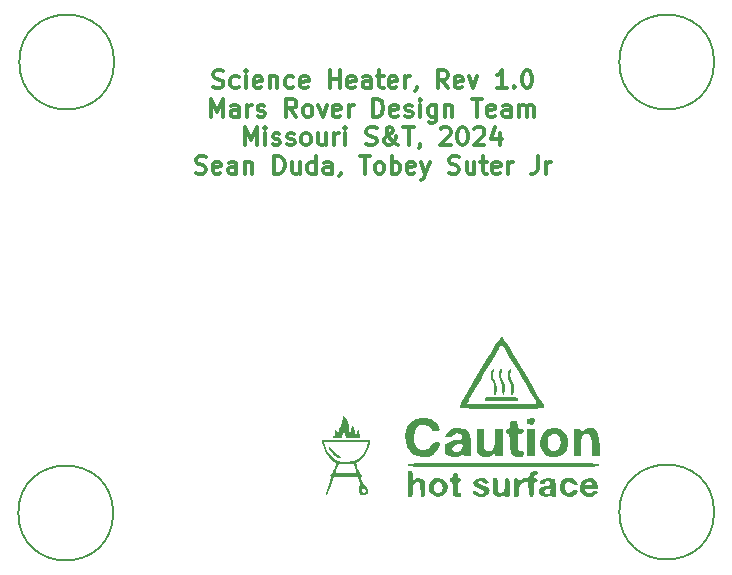
<source format=gbr>
%TF.GenerationSoftware,KiCad,Pcbnew,7.0.7*%
%TF.CreationDate,2023-11-06T08:22:01-06:00*%
%TF.ProjectId,ScienceHeaterElement_2023,53636965-6e63-4654-9865-61746572456c,rev?*%
%TF.SameCoordinates,Original*%
%TF.FileFunction,Legend,Top*%
%TF.FilePolarity,Positive*%
%FSLAX46Y46*%
G04 Gerber Fmt 4.6, Leading zero omitted, Abs format (unit mm)*
G04 Created by KiCad (PCBNEW 7.0.7) date 2023-11-06 08:22:01*
%MOMM*%
%LPD*%
G01*
G04 APERTURE LIST*
%ADD10C,0.300000*%
%ADD11C,0.150000*%
G04 APERTURE END LIST*
D10*
X139408001Y-32616400D02*
X139622287Y-32687828D01*
X139622287Y-32687828D02*
X139979429Y-32687828D01*
X139979429Y-32687828D02*
X140122287Y-32616400D01*
X140122287Y-32616400D02*
X140193715Y-32544971D01*
X140193715Y-32544971D02*
X140265144Y-32402114D01*
X140265144Y-32402114D02*
X140265144Y-32259257D01*
X140265144Y-32259257D02*
X140193715Y-32116400D01*
X140193715Y-32116400D02*
X140122287Y-32044971D01*
X140122287Y-32044971D02*
X139979429Y-31973542D01*
X139979429Y-31973542D02*
X139693715Y-31902114D01*
X139693715Y-31902114D02*
X139550858Y-31830685D01*
X139550858Y-31830685D02*
X139479429Y-31759257D01*
X139479429Y-31759257D02*
X139408001Y-31616400D01*
X139408001Y-31616400D02*
X139408001Y-31473542D01*
X139408001Y-31473542D02*
X139479429Y-31330685D01*
X139479429Y-31330685D02*
X139550858Y-31259257D01*
X139550858Y-31259257D02*
X139693715Y-31187828D01*
X139693715Y-31187828D02*
X140050858Y-31187828D01*
X140050858Y-31187828D02*
X140265144Y-31259257D01*
X141550858Y-32616400D02*
X141408000Y-32687828D01*
X141408000Y-32687828D02*
X141122286Y-32687828D01*
X141122286Y-32687828D02*
X140979429Y-32616400D01*
X140979429Y-32616400D02*
X140908000Y-32544971D01*
X140908000Y-32544971D02*
X140836572Y-32402114D01*
X140836572Y-32402114D02*
X140836572Y-31973542D01*
X140836572Y-31973542D02*
X140908000Y-31830685D01*
X140908000Y-31830685D02*
X140979429Y-31759257D01*
X140979429Y-31759257D02*
X141122286Y-31687828D01*
X141122286Y-31687828D02*
X141408000Y-31687828D01*
X141408000Y-31687828D02*
X141550858Y-31759257D01*
X142193714Y-32687828D02*
X142193714Y-31687828D01*
X142193714Y-31187828D02*
X142122286Y-31259257D01*
X142122286Y-31259257D02*
X142193714Y-31330685D01*
X142193714Y-31330685D02*
X142265143Y-31259257D01*
X142265143Y-31259257D02*
X142193714Y-31187828D01*
X142193714Y-31187828D02*
X142193714Y-31330685D01*
X143479429Y-32616400D02*
X143336572Y-32687828D01*
X143336572Y-32687828D02*
X143050858Y-32687828D01*
X143050858Y-32687828D02*
X142908000Y-32616400D01*
X142908000Y-32616400D02*
X142836572Y-32473542D01*
X142836572Y-32473542D02*
X142836572Y-31902114D01*
X142836572Y-31902114D02*
X142908000Y-31759257D01*
X142908000Y-31759257D02*
X143050858Y-31687828D01*
X143050858Y-31687828D02*
X143336572Y-31687828D01*
X143336572Y-31687828D02*
X143479429Y-31759257D01*
X143479429Y-31759257D02*
X143550858Y-31902114D01*
X143550858Y-31902114D02*
X143550858Y-32044971D01*
X143550858Y-32044971D02*
X142836572Y-32187828D01*
X144193714Y-31687828D02*
X144193714Y-32687828D01*
X144193714Y-31830685D02*
X144265143Y-31759257D01*
X144265143Y-31759257D02*
X144408000Y-31687828D01*
X144408000Y-31687828D02*
X144622286Y-31687828D01*
X144622286Y-31687828D02*
X144765143Y-31759257D01*
X144765143Y-31759257D02*
X144836572Y-31902114D01*
X144836572Y-31902114D02*
X144836572Y-32687828D01*
X146193715Y-32616400D02*
X146050857Y-32687828D01*
X146050857Y-32687828D02*
X145765143Y-32687828D01*
X145765143Y-32687828D02*
X145622286Y-32616400D01*
X145622286Y-32616400D02*
X145550857Y-32544971D01*
X145550857Y-32544971D02*
X145479429Y-32402114D01*
X145479429Y-32402114D02*
X145479429Y-31973542D01*
X145479429Y-31973542D02*
X145550857Y-31830685D01*
X145550857Y-31830685D02*
X145622286Y-31759257D01*
X145622286Y-31759257D02*
X145765143Y-31687828D01*
X145765143Y-31687828D02*
X146050857Y-31687828D01*
X146050857Y-31687828D02*
X146193715Y-31759257D01*
X147408000Y-32616400D02*
X147265143Y-32687828D01*
X147265143Y-32687828D02*
X146979429Y-32687828D01*
X146979429Y-32687828D02*
X146836571Y-32616400D01*
X146836571Y-32616400D02*
X146765143Y-32473542D01*
X146765143Y-32473542D02*
X146765143Y-31902114D01*
X146765143Y-31902114D02*
X146836571Y-31759257D01*
X146836571Y-31759257D02*
X146979429Y-31687828D01*
X146979429Y-31687828D02*
X147265143Y-31687828D01*
X147265143Y-31687828D02*
X147408000Y-31759257D01*
X147408000Y-31759257D02*
X147479429Y-31902114D01*
X147479429Y-31902114D02*
X147479429Y-32044971D01*
X147479429Y-32044971D02*
X146765143Y-32187828D01*
X149265142Y-32687828D02*
X149265142Y-31187828D01*
X149265142Y-31902114D02*
X150122285Y-31902114D01*
X150122285Y-32687828D02*
X150122285Y-31187828D01*
X151408000Y-32616400D02*
X151265143Y-32687828D01*
X151265143Y-32687828D02*
X150979429Y-32687828D01*
X150979429Y-32687828D02*
X150836571Y-32616400D01*
X150836571Y-32616400D02*
X150765143Y-32473542D01*
X150765143Y-32473542D02*
X150765143Y-31902114D01*
X150765143Y-31902114D02*
X150836571Y-31759257D01*
X150836571Y-31759257D02*
X150979429Y-31687828D01*
X150979429Y-31687828D02*
X151265143Y-31687828D01*
X151265143Y-31687828D02*
X151408000Y-31759257D01*
X151408000Y-31759257D02*
X151479429Y-31902114D01*
X151479429Y-31902114D02*
X151479429Y-32044971D01*
X151479429Y-32044971D02*
X150765143Y-32187828D01*
X152765143Y-32687828D02*
X152765143Y-31902114D01*
X152765143Y-31902114D02*
X152693714Y-31759257D01*
X152693714Y-31759257D02*
X152550857Y-31687828D01*
X152550857Y-31687828D02*
X152265143Y-31687828D01*
X152265143Y-31687828D02*
X152122285Y-31759257D01*
X152765143Y-32616400D02*
X152622285Y-32687828D01*
X152622285Y-32687828D02*
X152265143Y-32687828D01*
X152265143Y-32687828D02*
X152122285Y-32616400D01*
X152122285Y-32616400D02*
X152050857Y-32473542D01*
X152050857Y-32473542D02*
X152050857Y-32330685D01*
X152050857Y-32330685D02*
X152122285Y-32187828D01*
X152122285Y-32187828D02*
X152265143Y-32116400D01*
X152265143Y-32116400D02*
X152622285Y-32116400D01*
X152622285Y-32116400D02*
X152765143Y-32044971D01*
X153265143Y-31687828D02*
X153836571Y-31687828D01*
X153479428Y-31187828D02*
X153479428Y-32473542D01*
X153479428Y-32473542D02*
X153550857Y-32616400D01*
X153550857Y-32616400D02*
X153693714Y-32687828D01*
X153693714Y-32687828D02*
X153836571Y-32687828D01*
X154908000Y-32616400D02*
X154765143Y-32687828D01*
X154765143Y-32687828D02*
X154479429Y-32687828D01*
X154479429Y-32687828D02*
X154336571Y-32616400D01*
X154336571Y-32616400D02*
X154265143Y-32473542D01*
X154265143Y-32473542D02*
X154265143Y-31902114D01*
X154265143Y-31902114D02*
X154336571Y-31759257D01*
X154336571Y-31759257D02*
X154479429Y-31687828D01*
X154479429Y-31687828D02*
X154765143Y-31687828D01*
X154765143Y-31687828D02*
X154908000Y-31759257D01*
X154908000Y-31759257D02*
X154979429Y-31902114D01*
X154979429Y-31902114D02*
X154979429Y-32044971D01*
X154979429Y-32044971D02*
X154265143Y-32187828D01*
X155622285Y-32687828D02*
X155622285Y-31687828D01*
X155622285Y-31973542D02*
X155693714Y-31830685D01*
X155693714Y-31830685D02*
X155765143Y-31759257D01*
X155765143Y-31759257D02*
X155908000Y-31687828D01*
X155908000Y-31687828D02*
X156050857Y-31687828D01*
X156622285Y-32616400D02*
X156622285Y-32687828D01*
X156622285Y-32687828D02*
X156550856Y-32830685D01*
X156550856Y-32830685D02*
X156479428Y-32902114D01*
X159265142Y-32687828D02*
X158765142Y-31973542D01*
X158407999Y-32687828D02*
X158407999Y-31187828D01*
X158407999Y-31187828D02*
X158979428Y-31187828D01*
X158979428Y-31187828D02*
X159122285Y-31259257D01*
X159122285Y-31259257D02*
X159193714Y-31330685D01*
X159193714Y-31330685D02*
X159265142Y-31473542D01*
X159265142Y-31473542D02*
X159265142Y-31687828D01*
X159265142Y-31687828D02*
X159193714Y-31830685D01*
X159193714Y-31830685D02*
X159122285Y-31902114D01*
X159122285Y-31902114D02*
X158979428Y-31973542D01*
X158979428Y-31973542D02*
X158407999Y-31973542D01*
X160479428Y-32616400D02*
X160336571Y-32687828D01*
X160336571Y-32687828D02*
X160050857Y-32687828D01*
X160050857Y-32687828D02*
X159907999Y-32616400D01*
X159907999Y-32616400D02*
X159836571Y-32473542D01*
X159836571Y-32473542D02*
X159836571Y-31902114D01*
X159836571Y-31902114D02*
X159907999Y-31759257D01*
X159907999Y-31759257D02*
X160050857Y-31687828D01*
X160050857Y-31687828D02*
X160336571Y-31687828D01*
X160336571Y-31687828D02*
X160479428Y-31759257D01*
X160479428Y-31759257D02*
X160550857Y-31902114D01*
X160550857Y-31902114D02*
X160550857Y-32044971D01*
X160550857Y-32044971D02*
X159836571Y-32187828D01*
X161050856Y-31687828D02*
X161407999Y-32687828D01*
X161407999Y-32687828D02*
X161765142Y-31687828D01*
X164265142Y-32687828D02*
X163407999Y-32687828D01*
X163836570Y-32687828D02*
X163836570Y-31187828D01*
X163836570Y-31187828D02*
X163693713Y-31402114D01*
X163693713Y-31402114D02*
X163550856Y-31544971D01*
X163550856Y-31544971D02*
X163407999Y-31616400D01*
X164907998Y-32544971D02*
X164979427Y-32616400D01*
X164979427Y-32616400D02*
X164907998Y-32687828D01*
X164907998Y-32687828D02*
X164836570Y-32616400D01*
X164836570Y-32616400D02*
X164907998Y-32544971D01*
X164907998Y-32544971D02*
X164907998Y-32687828D01*
X165907999Y-31187828D02*
X166050856Y-31187828D01*
X166050856Y-31187828D02*
X166193713Y-31259257D01*
X166193713Y-31259257D02*
X166265142Y-31330685D01*
X166265142Y-31330685D02*
X166336570Y-31473542D01*
X166336570Y-31473542D02*
X166407999Y-31759257D01*
X166407999Y-31759257D02*
X166407999Y-32116400D01*
X166407999Y-32116400D02*
X166336570Y-32402114D01*
X166336570Y-32402114D02*
X166265142Y-32544971D01*
X166265142Y-32544971D02*
X166193713Y-32616400D01*
X166193713Y-32616400D02*
X166050856Y-32687828D01*
X166050856Y-32687828D02*
X165907999Y-32687828D01*
X165907999Y-32687828D02*
X165765142Y-32616400D01*
X165765142Y-32616400D02*
X165693713Y-32544971D01*
X165693713Y-32544971D02*
X165622284Y-32402114D01*
X165622284Y-32402114D02*
X165550856Y-32116400D01*
X165550856Y-32116400D02*
X165550856Y-31759257D01*
X165550856Y-31759257D02*
X165622284Y-31473542D01*
X165622284Y-31473542D02*
X165693713Y-31330685D01*
X165693713Y-31330685D02*
X165765142Y-31259257D01*
X165765142Y-31259257D02*
X165907999Y-31187828D01*
X139229428Y-35102828D02*
X139229428Y-33602828D01*
X139229428Y-33602828D02*
X139729428Y-34674257D01*
X139729428Y-34674257D02*
X140229428Y-33602828D01*
X140229428Y-33602828D02*
X140229428Y-35102828D01*
X141586572Y-35102828D02*
X141586572Y-34317114D01*
X141586572Y-34317114D02*
X141515143Y-34174257D01*
X141515143Y-34174257D02*
X141372286Y-34102828D01*
X141372286Y-34102828D02*
X141086572Y-34102828D01*
X141086572Y-34102828D02*
X140943714Y-34174257D01*
X141586572Y-35031400D02*
X141443714Y-35102828D01*
X141443714Y-35102828D02*
X141086572Y-35102828D01*
X141086572Y-35102828D02*
X140943714Y-35031400D01*
X140943714Y-35031400D02*
X140872286Y-34888542D01*
X140872286Y-34888542D02*
X140872286Y-34745685D01*
X140872286Y-34745685D02*
X140943714Y-34602828D01*
X140943714Y-34602828D02*
X141086572Y-34531400D01*
X141086572Y-34531400D02*
X141443714Y-34531400D01*
X141443714Y-34531400D02*
X141586572Y-34459971D01*
X142300857Y-35102828D02*
X142300857Y-34102828D01*
X142300857Y-34388542D02*
X142372286Y-34245685D01*
X142372286Y-34245685D02*
X142443715Y-34174257D01*
X142443715Y-34174257D02*
X142586572Y-34102828D01*
X142586572Y-34102828D02*
X142729429Y-34102828D01*
X143158000Y-35031400D02*
X143300857Y-35102828D01*
X143300857Y-35102828D02*
X143586571Y-35102828D01*
X143586571Y-35102828D02*
X143729428Y-35031400D01*
X143729428Y-35031400D02*
X143800857Y-34888542D01*
X143800857Y-34888542D02*
X143800857Y-34817114D01*
X143800857Y-34817114D02*
X143729428Y-34674257D01*
X143729428Y-34674257D02*
X143586571Y-34602828D01*
X143586571Y-34602828D02*
X143372286Y-34602828D01*
X143372286Y-34602828D02*
X143229428Y-34531400D01*
X143229428Y-34531400D02*
X143158000Y-34388542D01*
X143158000Y-34388542D02*
X143158000Y-34317114D01*
X143158000Y-34317114D02*
X143229428Y-34174257D01*
X143229428Y-34174257D02*
X143372286Y-34102828D01*
X143372286Y-34102828D02*
X143586571Y-34102828D01*
X143586571Y-34102828D02*
X143729428Y-34174257D01*
X146443714Y-35102828D02*
X145943714Y-34388542D01*
X145586571Y-35102828D02*
X145586571Y-33602828D01*
X145586571Y-33602828D02*
X146158000Y-33602828D01*
X146158000Y-33602828D02*
X146300857Y-33674257D01*
X146300857Y-33674257D02*
X146372286Y-33745685D01*
X146372286Y-33745685D02*
X146443714Y-33888542D01*
X146443714Y-33888542D02*
X146443714Y-34102828D01*
X146443714Y-34102828D02*
X146372286Y-34245685D01*
X146372286Y-34245685D02*
X146300857Y-34317114D01*
X146300857Y-34317114D02*
X146158000Y-34388542D01*
X146158000Y-34388542D02*
X145586571Y-34388542D01*
X147300857Y-35102828D02*
X147158000Y-35031400D01*
X147158000Y-35031400D02*
X147086571Y-34959971D01*
X147086571Y-34959971D02*
X147015143Y-34817114D01*
X147015143Y-34817114D02*
X147015143Y-34388542D01*
X147015143Y-34388542D02*
X147086571Y-34245685D01*
X147086571Y-34245685D02*
X147158000Y-34174257D01*
X147158000Y-34174257D02*
X147300857Y-34102828D01*
X147300857Y-34102828D02*
X147515143Y-34102828D01*
X147515143Y-34102828D02*
X147658000Y-34174257D01*
X147658000Y-34174257D02*
X147729429Y-34245685D01*
X147729429Y-34245685D02*
X147800857Y-34388542D01*
X147800857Y-34388542D02*
X147800857Y-34817114D01*
X147800857Y-34817114D02*
X147729429Y-34959971D01*
X147729429Y-34959971D02*
X147658000Y-35031400D01*
X147658000Y-35031400D02*
X147515143Y-35102828D01*
X147515143Y-35102828D02*
X147300857Y-35102828D01*
X148300857Y-34102828D02*
X148658000Y-35102828D01*
X148658000Y-35102828D02*
X149015143Y-34102828D01*
X150158000Y-35031400D02*
X150015143Y-35102828D01*
X150015143Y-35102828D02*
X149729429Y-35102828D01*
X149729429Y-35102828D02*
X149586571Y-35031400D01*
X149586571Y-35031400D02*
X149515143Y-34888542D01*
X149515143Y-34888542D02*
X149515143Y-34317114D01*
X149515143Y-34317114D02*
X149586571Y-34174257D01*
X149586571Y-34174257D02*
X149729429Y-34102828D01*
X149729429Y-34102828D02*
X150015143Y-34102828D01*
X150015143Y-34102828D02*
X150158000Y-34174257D01*
X150158000Y-34174257D02*
X150229429Y-34317114D01*
X150229429Y-34317114D02*
X150229429Y-34459971D01*
X150229429Y-34459971D02*
X149515143Y-34602828D01*
X150872285Y-35102828D02*
X150872285Y-34102828D01*
X150872285Y-34388542D02*
X150943714Y-34245685D01*
X150943714Y-34245685D02*
X151015143Y-34174257D01*
X151015143Y-34174257D02*
X151158000Y-34102828D01*
X151158000Y-34102828D02*
X151300857Y-34102828D01*
X152943713Y-35102828D02*
X152943713Y-33602828D01*
X152943713Y-33602828D02*
X153300856Y-33602828D01*
X153300856Y-33602828D02*
X153515142Y-33674257D01*
X153515142Y-33674257D02*
X153657999Y-33817114D01*
X153657999Y-33817114D02*
X153729428Y-33959971D01*
X153729428Y-33959971D02*
X153800856Y-34245685D01*
X153800856Y-34245685D02*
X153800856Y-34459971D01*
X153800856Y-34459971D02*
X153729428Y-34745685D01*
X153729428Y-34745685D02*
X153657999Y-34888542D01*
X153657999Y-34888542D02*
X153515142Y-35031400D01*
X153515142Y-35031400D02*
X153300856Y-35102828D01*
X153300856Y-35102828D02*
X152943713Y-35102828D01*
X155015142Y-35031400D02*
X154872285Y-35102828D01*
X154872285Y-35102828D02*
X154586571Y-35102828D01*
X154586571Y-35102828D02*
X154443713Y-35031400D01*
X154443713Y-35031400D02*
X154372285Y-34888542D01*
X154372285Y-34888542D02*
X154372285Y-34317114D01*
X154372285Y-34317114D02*
X154443713Y-34174257D01*
X154443713Y-34174257D02*
X154586571Y-34102828D01*
X154586571Y-34102828D02*
X154872285Y-34102828D01*
X154872285Y-34102828D02*
X155015142Y-34174257D01*
X155015142Y-34174257D02*
X155086571Y-34317114D01*
X155086571Y-34317114D02*
X155086571Y-34459971D01*
X155086571Y-34459971D02*
X154372285Y-34602828D01*
X155657999Y-35031400D02*
X155800856Y-35102828D01*
X155800856Y-35102828D02*
X156086570Y-35102828D01*
X156086570Y-35102828D02*
X156229427Y-35031400D01*
X156229427Y-35031400D02*
X156300856Y-34888542D01*
X156300856Y-34888542D02*
X156300856Y-34817114D01*
X156300856Y-34817114D02*
X156229427Y-34674257D01*
X156229427Y-34674257D02*
X156086570Y-34602828D01*
X156086570Y-34602828D02*
X155872285Y-34602828D01*
X155872285Y-34602828D02*
X155729427Y-34531400D01*
X155729427Y-34531400D02*
X155657999Y-34388542D01*
X155657999Y-34388542D02*
X155657999Y-34317114D01*
X155657999Y-34317114D02*
X155729427Y-34174257D01*
X155729427Y-34174257D02*
X155872285Y-34102828D01*
X155872285Y-34102828D02*
X156086570Y-34102828D01*
X156086570Y-34102828D02*
X156229427Y-34174257D01*
X156943713Y-35102828D02*
X156943713Y-34102828D01*
X156943713Y-33602828D02*
X156872285Y-33674257D01*
X156872285Y-33674257D02*
X156943713Y-33745685D01*
X156943713Y-33745685D02*
X157015142Y-33674257D01*
X157015142Y-33674257D02*
X156943713Y-33602828D01*
X156943713Y-33602828D02*
X156943713Y-33745685D01*
X158300857Y-34102828D02*
X158300857Y-35317114D01*
X158300857Y-35317114D02*
X158229428Y-35459971D01*
X158229428Y-35459971D02*
X158157999Y-35531400D01*
X158157999Y-35531400D02*
X158015142Y-35602828D01*
X158015142Y-35602828D02*
X157800857Y-35602828D01*
X157800857Y-35602828D02*
X157657999Y-35531400D01*
X158300857Y-35031400D02*
X158157999Y-35102828D01*
X158157999Y-35102828D02*
X157872285Y-35102828D01*
X157872285Y-35102828D02*
X157729428Y-35031400D01*
X157729428Y-35031400D02*
X157657999Y-34959971D01*
X157657999Y-34959971D02*
X157586571Y-34817114D01*
X157586571Y-34817114D02*
X157586571Y-34388542D01*
X157586571Y-34388542D02*
X157657999Y-34245685D01*
X157657999Y-34245685D02*
X157729428Y-34174257D01*
X157729428Y-34174257D02*
X157872285Y-34102828D01*
X157872285Y-34102828D02*
X158157999Y-34102828D01*
X158157999Y-34102828D02*
X158300857Y-34174257D01*
X159015142Y-34102828D02*
X159015142Y-35102828D01*
X159015142Y-34245685D02*
X159086571Y-34174257D01*
X159086571Y-34174257D02*
X159229428Y-34102828D01*
X159229428Y-34102828D02*
X159443714Y-34102828D01*
X159443714Y-34102828D02*
X159586571Y-34174257D01*
X159586571Y-34174257D02*
X159658000Y-34317114D01*
X159658000Y-34317114D02*
X159658000Y-35102828D01*
X161300857Y-33602828D02*
X162158000Y-33602828D01*
X161729428Y-35102828D02*
X161729428Y-33602828D01*
X163229428Y-35031400D02*
X163086571Y-35102828D01*
X163086571Y-35102828D02*
X162800857Y-35102828D01*
X162800857Y-35102828D02*
X162657999Y-35031400D01*
X162657999Y-35031400D02*
X162586571Y-34888542D01*
X162586571Y-34888542D02*
X162586571Y-34317114D01*
X162586571Y-34317114D02*
X162657999Y-34174257D01*
X162657999Y-34174257D02*
X162800857Y-34102828D01*
X162800857Y-34102828D02*
X163086571Y-34102828D01*
X163086571Y-34102828D02*
X163229428Y-34174257D01*
X163229428Y-34174257D02*
X163300857Y-34317114D01*
X163300857Y-34317114D02*
X163300857Y-34459971D01*
X163300857Y-34459971D02*
X162586571Y-34602828D01*
X164586571Y-35102828D02*
X164586571Y-34317114D01*
X164586571Y-34317114D02*
X164515142Y-34174257D01*
X164515142Y-34174257D02*
X164372285Y-34102828D01*
X164372285Y-34102828D02*
X164086571Y-34102828D01*
X164086571Y-34102828D02*
X163943713Y-34174257D01*
X164586571Y-35031400D02*
X164443713Y-35102828D01*
X164443713Y-35102828D02*
X164086571Y-35102828D01*
X164086571Y-35102828D02*
X163943713Y-35031400D01*
X163943713Y-35031400D02*
X163872285Y-34888542D01*
X163872285Y-34888542D02*
X163872285Y-34745685D01*
X163872285Y-34745685D02*
X163943713Y-34602828D01*
X163943713Y-34602828D02*
X164086571Y-34531400D01*
X164086571Y-34531400D02*
X164443713Y-34531400D01*
X164443713Y-34531400D02*
X164586571Y-34459971D01*
X165300856Y-35102828D02*
X165300856Y-34102828D01*
X165300856Y-34245685D02*
X165372285Y-34174257D01*
X165372285Y-34174257D02*
X165515142Y-34102828D01*
X165515142Y-34102828D02*
X165729428Y-34102828D01*
X165729428Y-34102828D02*
X165872285Y-34174257D01*
X165872285Y-34174257D02*
X165943714Y-34317114D01*
X165943714Y-34317114D02*
X165943714Y-35102828D01*
X165943714Y-34317114D02*
X166015142Y-34174257D01*
X166015142Y-34174257D02*
X166157999Y-34102828D01*
X166157999Y-34102828D02*
X166372285Y-34102828D01*
X166372285Y-34102828D02*
X166515142Y-34174257D01*
X166515142Y-34174257D02*
X166586571Y-34317114D01*
X166586571Y-34317114D02*
X166586571Y-35102828D01*
X142086571Y-37517828D02*
X142086571Y-36017828D01*
X142086571Y-36017828D02*
X142586571Y-37089257D01*
X142586571Y-37089257D02*
X143086571Y-36017828D01*
X143086571Y-36017828D02*
X143086571Y-37517828D01*
X143800857Y-37517828D02*
X143800857Y-36517828D01*
X143800857Y-36017828D02*
X143729429Y-36089257D01*
X143729429Y-36089257D02*
X143800857Y-36160685D01*
X143800857Y-36160685D02*
X143872286Y-36089257D01*
X143872286Y-36089257D02*
X143800857Y-36017828D01*
X143800857Y-36017828D02*
X143800857Y-36160685D01*
X144443715Y-37446400D02*
X144586572Y-37517828D01*
X144586572Y-37517828D02*
X144872286Y-37517828D01*
X144872286Y-37517828D02*
X145015143Y-37446400D01*
X145015143Y-37446400D02*
X145086572Y-37303542D01*
X145086572Y-37303542D02*
X145086572Y-37232114D01*
X145086572Y-37232114D02*
X145015143Y-37089257D01*
X145015143Y-37089257D02*
X144872286Y-37017828D01*
X144872286Y-37017828D02*
X144658001Y-37017828D01*
X144658001Y-37017828D02*
X144515143Y-36946400D01*
X144515143Y-36946400D02*
X144443715Y-36803542D01*
X144443715Y-36803542D02*
X144443715Y-36732114D01*
X144443715Y-36732114D02*
X144515143Y-36589257D01*
X144515143Y-36589257D02*
X144658001Y-36517828D01*
X144658001Y-36517828D02*
X144872286Y-36517828D01*
X144872286Y-36517828D02*
X145015143Y-36589257D01*
X145658001Y-37446400D02*
X145800858Y-37517828D01*
X145800858Y-37517828D02*
X146086572Y-37517828D01*
X146086572Y-37517828D02*
X146229429Y-37446400D01*
X146229429Y-37446400D02*
X146300858Y-37303542D01*
X146300858Y-37303542D02*
X146300858Y-37232114D01*
X146300858Y-37232114D02*
X146229429Y-37089257D01*
X146229429Y-37089257D02*
X146086572Y-37017828D01*
X146086572Y-37017828D02*
X145872287Y-37017828D01*
X145872287Y-37017828D02*
X145729429Y-36946400D01*
X145729429Y-36946400D02*
X145658001Y-36803542D01*
X145658001Y-36803542D02*
X145658001Y-36732114D01*
X145658001Y-36732114D02*
X145729429Y-36589257D01*
X145729429Y-36589257D02*
X145872287Y-36517828D01*
X145872287Y-36517828D02*
X146086572Y-36517828D01*
X146086572Y-36517828D02*
X146229429Y-36589257D01*
X147158001Y-37517828D02*
X147015144Y-37446400D01*
X147015144Y-37446400D02*
X146943715Y-37374971D01*
X146943715Y-37374971D02*
X146872287Y-37232114D01*
X146872287Y-37232114D02*
X146872287Y-36803542D01*
X146872287Y-36803542D02*
X146943715Y-36660685D01*
X146943715Y-36660685D02*
X147015144Y-36589257D01*
X147015144Y-36589257D02*
X147158001Y-36517828D01*
X147158001Y-36517828D02*
X147372287Y-36517828D01*
X147372287Y-36517828D02*
X147515144Y-36589257D01*
X147515144Y-36589257D02*
X147586573Y-36660685D01*
X147586573Y-36660685D02*
X147658001Y-36803542D01*
X147658001Y-36803542D02*
X147658001Y-37232114D01*
X147658001Y-37232114D02*
X147586573Y-37374971D01*
X147586573Y-37374971D02*
X147515144Y-37446400D01*
X147515144Y-37446400D02*
X147372287Y-37517828D01*
X147372287Y-37517828D02*
X147158001Y-37517828D01*
X148943716Y-36517828D02*
X148943716Y-37517828D01*
X148300858Y-36517828D02*
X148300858Y-37303542D01*
X148300858Y-37303542D02*
X148372287Y-37446400D01*
X148372287Y-37446400D02*
X148515144Y-37517828D01*
X148515144Y-37517828D02*
X148729430Y-37517828D01*
X148729430Y-37517828D02*
X148872287Y-37446400D01*
X148872287Y-37446400D02*
X148943716Y-37374971D01*
X149658001Y-37517828D02*
X149658001Y-36517828D01*
X149658001Y-36803542D02*
X149729430Y-36660685D01*
X149729430Y-36660685D02*
X149800859Y-36589257D01*
X149800859Y-36589257D02*
X149943716Y-36517828D01*
X149943716Y-36517828D02*
X150086573Y-36517828D01*
X150586572Y-37517828D02*
X150586572Y-36517828D01*
X150586572Y-36017828D02*
X150515144Y-36089257D01*
X150515144Y-36089257D02*
X150586572Y-36160685D01*
X150586572Y-36160685D02*
X150658001Y-36089257D01*
X150658001Y-36089257D02*
X150586572Y-36017828D01*
X150586572Y-36017828D02*
X150586572Y-36160685D01*
X152372287Y-37446400D02*
X152586573Y-37517828D01*
X152586573Y-37517828D02*
X152943715Y-37517828D01*
X152943715Y-37517828D02*
X153086573Y-37446400D01*
X153086573Y-37446400D02*
X153158001Y-37374971D01*
X153158001Y-37374971D02*
X153229430Y-37232114D01*
X153229430Y-37232114D02*
X153229430Y-37089257D01*
X153229430Y-37089257D02*
X153158001Y-36946400D01*
X153158001Y-36946400D02*
X153086573Y-36874971D01*
X153086573Y-36874971D02*
X152943715Y-36803542D01*
X152943715Y-36803542D02*
X152658001Y-36732114D01*
X152658001Y-36732114D02*
X152515144Y-36660685D01*
X152515144Y-36660685D02*
X152443715Y-36589257D01*
X152443715Y-36589257D02*
X152372287Y-36446400D01*
X152372287Y-36446400D02*
X152372287Y-36303542D01*
X152372287Y-36303542D02*
X152443715Y-36160685D01*
X152443715Y-36160685D02*
X152515144Y-36089257D01*
X152515144Y-36089257D02*
X152658001Y-36017828D01*
X152658001Y-36017828D02*
X153015144Y-36017828D01*
X153015144Y-36017828D02*
X153229430Y-36089257D01*
X155086572Y-37517828D02*
X155015144Y-37517828D01*
X155015144Y-37517828D02*
X154872286Y-37446400D01*
X154872286Y-37446400D02*
X154658001Y-37232114D01*
X154658001Y-37232114D02*
X154300858Y-36803542D01*
X154300858Y-36803542D02*
X154158001Y-36589257D01*
X154158001Y-36589257D02*
X154086572Y-36374971D01*
X154086572Y-36374971D02*
X154086572Y-36232114D01*
X154086572Y-36232114D02*
X154158001Y-36089257D01*
X154158001Y-36089257D02*
X154300858Y-36017828D01*
X154300858Y-36017828D02*
X154372286Y-36017828D01*
X154372286Y-36017828D02*
X154515144Y-36089257D01*
X154515144Y-36089257D02*
X154586572Y-36232114D01*
X154586572Y-36232114D02*
X154586572Y-36303542D01*
X154586572Y-36303542D02*
X154515144Y-36446400D01*
X154515144Y-36446400D02*
X154443715Y-36517828D01*
X154443715Y-36517828D02*
X154015144Y-36803542D01*
X154015144Y-36803542D02*
X153943715Y-36874971D01*
X153943715Y-36874971D02*
X153872286Y-37017828D01*
X153872286Y-37017828D02*
X153872286Y-37232114D01*
X153872286Y-37232114D02*
X153943715Y-37374971D01*
X153943715Y-37374971D02*
X154015144Y-37446400D01*
X154015144Y-37446400D02*
X154158001Y-37517828D01*
X154158001Y-37517828D02*
X154372286Y-37517828D01*
X154372286Y-37517828D02*
X154515144Y-37446400D01*
X154515144Y-37446400D02*
X154586572Y-37374971D01*
X154586572Y-37374971D02*
X154800858Y-37089257D01*
X154800858Y-37089257D02*
X154872286Y-36874971D01*
X154872286Y-36874971D02*
X154872286Y-36732114D01*
X155515144Y-36017828D02*
X156372287Y-36017828D01*
X155943715Y-37517828D02*
X155943715Y-36017828D01*
X156943715Y-37446400D02*
X156943715Y-37517828D01*
X156943715Y-37517828D02*
X156872286Y-37660685D01*
X156872286Y-37660685D02*
X156800858Y-37732114D01*
X158658001Y-36160685D02*
X158729429Y-36089257D01*
X158729429Y-36089257D02*
X158872287Y-36017828D01*
X158872287Y-36017828D02*
X159229429Y-36017828D01*
X159229429Y-36017828D02*
X159372287Y-36089257D01*
X159372287Y-36089257D02*
X159443715Y-36160685D01*
X159443715Y-36160685D02*
X159515144Y-36303542D01*
X159515144Y-36303542D02*
X159515144Y-36446400D01*
X159515144Y-36446400D02*
X159443715Y-36660685D01*
X159443715Y-36660685D02*
X158586572Y-37517828D01*
X158586572Y-37517828D02*
X159515144Y-37517828D01*
X160443715Y-36017828D02*
X160586572Y-36017828D01*
X160586572Y-36017828D02*
X160729429Y-36089257D01*
X160729429Y-36089257D02*
X160800858Y-36160685D01*
X160800858Y-36160685D02*
X160872286Y-36303542D01*
X160872286Y-36303542D02*
X160943715Y-36589257D01*
X160943715Y-36589257D02*
X160943715Y-36946400D01*
X160943715Y-36946400D02*
X160872286Y-37232114D01*
X160872286Y-37232114D02*
X160800858Y-37374971D01*
X160800858Y-37374971D02*
X160729429Y-37446400D01*
X160729429Y-37446400D02*
X160586572Y-37517828D01*
X160586572Y-37517828D02*
X160443715Y-37517828D01*
X160443715Y-37517828D02*
X160300858Y-37446400D01*
X160300858Y-37446400D02*
X160229429Y-37374971D01*
X160229429Y-37374971D02*
X160158000Y-37232114D01*
X160158000Y-37232114D02*
X160086572Y-36946400D01*
X160086572Y-36946400D02*
X160086572Y-36589257D01*
X160086572Y-36589257D02*
X160158000Y-36303542D01*
X160158000Y-36303542D02*
X160229429Y-36160685D01*
X160229429Y-36160685D02*
X160300858Y-36089257D01*
X160300858Y-36089257D02*
X160443715Y-36017828D01*
X161515143Y-36160685D02*
X161586571Y-36089257D01*
X161586571Y-36089257D02*
X161729429Y-36017828D01*
X161729429Y-36017828D02*
X162086571Y-36017828D01*
X162086571Y-36017828D02*
X162229429Y-36089257D01*
X162229429Y-36089257D02*
X162300857Y-36160685D01*
X162300857Y-36160685D02*
X162372286Y-36303542D01*
X162372286Y-36303542D02*
X162372286Y-36446400D01*
X162372286Y-36446400D02*
X162300857Y-36660685D01*
X162300857Y-36660685D02*
X161443714Y-37517828D01*
X161443714Y-37517828D02*
X162372286Y-37517828D01*
X163658000Y-36517828D02*
X163658000Y-37517828D01*
X163300857Y-35946400D02*
X162943714Y-37017828D01*
X162943714Y-37017828D02*
X163872285Y-37017828D01*
X137943715Y-39861400D02*
X138158001Y-39932828D01*
X138158001Y-39932828D02*
X138515143Y-39932828D01*
X138515143Y-39932828D02*
X138658001Y-39861400D01*
X138658001Y-39861400D02*
X138729429Y-39789971D01*
X138729429Y-39789971D02*
X138800858Y-39647114D01*
X138800858Y-39647114D02*
X138800858Y-39504257D01*
X138800858Y-39504257D02*
X138729429Y-39361400D01*
X138729429Y-39361400D02*
X138658001Y-39289971D01*
X138658001Y-39289971D02*
X138515143Y-39218542D01*
X138515143Y-39218542D02*
X138229429Y-39147114D01*
X138229429Y-39147114D02*
X138086572Y-39075685D01*
X138086572Y-39075685D02*
X138015143Y-39004257D01*
X138015143Y-39004257D02*
X137943715Y-38861400D01*
X137943715Y-38861400D02*
X137943715Y-38718542D01*
X137943715Y-38718542D02*
X138015143Y-38575685D01*
X138015143Y-38575685D02*
X138086572Y-38504257D01*
X138086572Y-38504257D02*
X138229429Y-38432828D01*
X138229429Y-38432828D02*
X138586572Y-38432828D01*
X138586572Y-38432828D02*
X138800858Y-38504257D01*
X140015143Y-39861400D02*
X139872286Y-39932828D01*
X139872286Y-39932828D02*
X139586572Y-39932828D01*
X139586572Y-39932828D02*
X139443714Y-39861400D01*
X139443714Y-39861400D02*
X139372286Y-39718542D01*
X139372286Y-39718542D02*
X139372286Y-39147114D01*
X139372286Y-39147114D02*
X139443714Y-39004257D01*
X139443714Y-39004257D02*
X139586572Y-38932828D01*
X139586572Y-38932828D02*
X139872286Y-38932828D01*
X139872286Y-38932828D02*
X140015143Y-39004257D01*
X140015143Y-39004257D02*
X140086572Y-39147114D01*
X140086572Y-39147114D02*
X140086572Y-39289971D01*
X140086572Y-39289971D02*
X139372286Y-39432828D01*
X141372286Y-39932828D02*
X141372286Y-39147114D01*
X141372286Y-39147114D02*
X141300857Y-39004257D01*
X141300857Y-39004257D02*
X141158000Y-38932828D01*
X141158000Y-38932828D02*
X140872286Y-38932828D01*
X140872286Y-38932828D02*
X140729428Y-39004257D01*
X141372286Y-39861400D02*
X141229428Y-39932828D01*
X141229428Y-39932828D02*
X140872286Y-39932828D01*
X140872286Y-39932828D02*
X140729428Y-39861400D01*
X140729428Y-39861400D02*
X140658000Y-39718542D01*
X140658000Y-39718542D02*
X140658000Y-39575685D01*
X140658000Y-39575685D02*
X140729428Y-39432828D01*
X140729428Y-39432828D02*
X140872286Y-39361400D01*
X140872286Y-39361400D02*
X141229428Y-39361400D01*
X141229428Y-39361400D02*
X141372286Y-39289971D01*
X142086571Y-38932828D02*
X142086571Y-39932828D01*
X142086571Y-39075685D02*
X142158000Y-39004257D01*
X142158000Y-39004257D02*
X142300857Y-38932828D01*
X142300857Y-38932828D02*
X142515143Y-38932828D01*
X142515143Y-38932828D02*
X142658000Y-39004257D01*
X142658000Y-39004257D02*
X142729429Y-39147114D01*
X142729429Y-39147114D02*
X142729429Y-39932828D01*
X144586571Y-39932828D02*
X144586571Y-38432828D01*
X144586571Y-38432828D02*
X144943714Y-38432828D01*
X144943714Y-38432828D02*
X145158000Y-38504257D01*
X145158000Y-38504257D02*
X145300857Y-38647114D01*
X145300857Y-38647114D02*
X145372286Y-38789971D01*
X145372286Y-38789971D02*
X145443714Y-39075685D01*
X145443714Y-39075685D02*
X145443714Y-39289971D01*
X145443714Y-39289971D02*
X145372286Y-39575685D01*
X145372286Y-39575685D02*
X145300857Y-39718542D01*
X145300857Y-39718542D02*
X145158000Y-39861400D01*
X145158000Y-39861400D02*
X144943714Y-39932828D01*
X144943714Y-39932828D02*
X144586571Y-39932828D01*
X146729429Y-38932828D02*
X146729429Y-39932828D01*
X146086571Y-38932828D02*
X146086571Y-39718542D01*
X146086571Y-39718542D02*
X146158000Y-39861400D01*
X146158000Y-39861400D02*
X146300857Y-39932828D01*
X146300857Y-39932828D02*
X146515143Y-39932828D01*
X146515143Y-39932828D02*
X146658000Y-39861400D01*
X146658000Y-39861400D02*
X146729429Y-39789971D01*
X148086572Y-39932828D02*
X148086572Y-38432828D01*
X148086572Y-39861400D02*
X147943714Y-39932828D01*
X147943714Y-39932828D02*
X147658000Y-39932828D01*
X147658000Y-39932828D02*
X147515143Y-39861400D01*
X147515143Y-39861400D02*
X147443714Y-39789971D01*
X147443714Y-39789971D02*
X147372286Y-39647114D01*
X147372286Y-39647114D02*
X147372286Y-39218542D01*
X147372286Y-39218542D02*
X147443714Y-39075685D01*
X147443714Y-39075685D02*
X147515143Y-39004257D01*
X147515143Y-39004257D02*
X147658000Y-38932828D01*
X147658000Y-38932828D02*
X147943714Y-38932828D01*
X147943714Y-38932828D02*
X148086572Y-39004257D01*
X149443715Y-39932828D02*
X149443715Y-39147114D01*
X149443715Y-39147114D02*
X149372286Y-39004257D01*
X149372286Y-39004257D02*
X149229429Y-38932828D01*
X149229429Y-38932828D02*
X148943715Y-38932828D01*
X148943715Y-38932828D02*
X148800857Y-39004257D01*
X149443715Y-39861400D02*
X149300857Y-39932828D01*
X149300857Y-39932828D02*
X148943715Y-39932828D01*
X148943715Y-39932828D02*
X148800857Y-39861400D01*
X148800857Y-39861400D02*
X148729429Y-39718542D01*
X148729429Y-39718542D02*
X148729429Y-39575685D01*
X148729429Y-39575685D02*
X148800857Y-39432828D01*
X148800857Y-39432828D02*
X148943715Y-39361400D01*
X148943715Y-39361400D02*
X149300857Y-39361400D01*
X149300857Y-39361400D02*
X149443715Y-39289971D01*
X150229429Y-39861400D02*
X150229429Y-39932828D01*
X150229429Y-39932828D02*
X150158000Y-40075685D01*
X150158000Y-40075685D02*
X150086572Y-40147114D01*
X151800858Y-38432828D02*
X152658001Y-38432828D01*
X152229429Y-39932828D02*
X152229429Y-38432828D01*
X153372286Y-39932828D02*
X153229429Y-39861400D01*
X153229429Y-39861400D02*
X153158000Y-39789971D01*
X153158000Y-39789971D02*
X153086572Y-39647114D01*
X153086572Y-39647114D02*
X153086572Y-39218542D01*
X153086572Y-39218542D02*
X153158000Y-39075685D01*
X153158000Y-39075685D02*
X153229429Y-39004257D01*
X153229429Y-39004257D02*
X153372286Y-38932828D01*
X153372286Y-38932828D02*
X153586572Y-38932828D01*
X153586572Y-38932828D02*
X153729429Y-39004257D01*
X153729429Y-39004257D02*
X153800858Y-39075685D01*
X153800858Y-39075685D02*
X153872286Y-39218542D01*
X153872286Y-39218542D02*
X153872286Y-39647114D01*
X153872286Y-39647114D02*
X153800858Y-39789971D01*
X153800858Y-39789971D02*
X153729429Y-39861400D01*
X153729429Y-39861400D02*
X153586572Y-39932828D01*
X153586572Y-39932828D02*
X153372286Y-39932828D01*
X154515143Y-39932828D02*
X154515143Y-38432828D01*
X154515143Y-39004257D02*
X154658001Y-38932828D01*
X154658001Y-38932828D02*
X154943715Y-38932828D01*
X154943715Y-38932828D02*
X155086572Y-39004257D01*
X155086572Y-39004257D02*
X155158001Y-39075685D01*
X155158001Y-39075685D02*
X155229429Y-39218542D01*
X155229429Y-39218542D02*
X155229429Y-39647114D01*
X155229429Y-39647114D02*
X155158001Y-39789971D01*
X155158001Y-39789971D02*
X155086572Y-39861400D01*
X155086572Y-39861400D02*
X154943715Y-39932828D01*
X154943715Y-39932828D02*
X154658001Y-39932828D01*
X154658001Y-39932828D02*
X154515143Y-39861400D01*
X156443715Y-39861400D02*
X156300858Y-39932828D01*
X156300858Y-39932828D02*
X156015144Y-39932828D01*
X156015144Y-39932828D02*
X155872286Y-39861400D01*
X155872286Y-39861400D02*
X155800858Y-39718542D01*
X155800858Y-39718542D02*
X155800858Y-39147114D01*
X155800858Y-39147114D02*
X155872286Y-39004257D01*
X155872286Y-39004257D02*
X156015144Y-38932828D01*
X156015144Y-38932828D02*
X156300858Y-38932828D01*
X156300858Y-38932828D02*
X156443715Y-39004257D01*
X156443715Y-39004257D02*
X156515144Y-39147114D01*
X156515144Y-39147114D02*
X156515144Y-39289971D01*
X156515144Y-39289971D02*
X155800858Y-39432828D01*
X157015143Y-38932828D02*
X157372286Y-39932828D01*
X157729429Y-38932828D02*
X157372286Y-39932828D01*
X157372286Y-39932828D02*
X157229429Y-40289971D01*
X157229429Y-40289971D02*
X157158000Y-40361400D01*
X157158000Y-40361400D02*
X157015143Y-40432828D01*
X159372286Y-39861400D02*
X159586572Y-39932828D01*
X159586572Y-39932828D02*
X159943714Y-39932828D01*
X159943714Y-39932828D02*
X160086572Y-39861400D01*
X160086572Y-39861400D02*
X160158000Y-39789971D01*
X160158000Y-39789971D02*
X160229429Y-39647114D01*
X160229429Y-39647114D02*
X160229429Y-39504257D01*
X160229429Y-39504257D02*
X160158000Y-39361400D01*
X160158000Y-39361400D02*
X160086572Y-39289971D01*
X160086572Y-39289971D02*
X159943714Y-39218542D01*
X159943714Y-39218542D02*
X159658000Y-39147114D01*
X159658000Y-39147114D02*
X159515143Y-39075685D01*
X159515143Y-39075685D02*
X159443714Y-39004257D01*
X159443714Y-39004257D02*
X159372286Y-38861400D01*
X159372286Y-38861400D02*
X159372286Y-38718542D01*
X159372286Y-38718542D02*
X159443714Y-38575685D01*
X159443714Y-38575685D02*
X159515143Y-38504257D01*
X159515143Y-38504257D02*
X159658000Y-38432828D01*
X159658000Y-38432828D02*
X160015143Y-38432828D01*
X160015143Y-38432828D02*
X160229429Y-38504257D01*
X161515143Y-38932828D02*
X161515143Y-39932828D01*
X160872285Y-38932828D02*
X160872285Y-39718542D01*
X160872285Y-39718542D02*
X160943714Y-39861400D01*
X160943714Y-39861400D02*
X161086571Y-39932828D01*
X161086571Y-39932828D02*
X161300857Y-39932828D01*
X161300857Y-39932828D02*
X161443714Y-39861400D01*
X161443714Y-39861400D02*
X161515143Y-39789971D01*
X162015143Y-38932828D02*
X162586571Y-38932828D01*
X162229428Y-38432828D02*
X162229428Y-39718542D01*
X162229428Y-39718542D02*
X162300857Y-39861400D01*
X162300857Y-39861400D02*
X162443714Y-39932828D01*
X162443714Y-39932828D02*
X162586571Y-39932828D01*
X163658000Y-39861400D02*
X163515143Y-39932828D01*
X163515143Y-39932828D02*
X163229429Y-39932828D01*
X163229429Y-39932828D02*
X163086571Y-39861400D01*
X163086571Y-39861400D02*
X163015143Y-39718542D01*
X163015143Y-39718542D02*
X163015143Y-39147114D01*
X163015143Y-39147114D02*
X163086571Y-39004257D01*
X163086571Y-39004257D02*
X163229429Y-38932828D01*
X163229429Y-38932828D02*
X163515143Y-38932828D01*
X163515143Y-38932828D02*
X163658000Y-39004257D01*
X163658000Y-39004257D02*
X163729429Y-39147114D01*
X163729429Y-39147114D02*
X163729429Y-39289971D01*
X163729429Y-39289971D02*
X163015143Y-39432828D01*
X164372285Y-39932828D02*
X164372285Y-38932828D01*
X164372285Y-39218542D02*
X164443714Y-39075685D01*
X164443714Y-39075685D02*
X164515143Y-39004257D01*
X164515143Y-39004257D02*
X164658000Y-38932828D01*
X164658000Y-38932828D02*
X164800857Y-38932828D01*
X166872285Y-38432828D02*
X166872285Y-39504257D01*
X166872285Y-39504257D02*
X166800856Y-39718542D01*
X166800856Y-39718542D02*
X166657999Y-39861400D01*
X166657999Y-39861400D02*
X166443713Y-39932828D01*
X166443713Y-39932828D02*
X166300856Y-39932828D01*
X167586570Y-39932828D02*
X167586570Y-38932828D01*
X167586570Y-39218542D02*
X167657999Y-39075685D01*
X167657999Y-39075685D02*
X167729428Y-39004257D01*
X167729428Y-39004257D02*
X167872285Y-38932828D01*
X167872285Y-38932828D02*
X168015142Y-38932828D01*
D11*
%TO.C,REF\u002A\u002A*%
X181813200Y-68580000D02*
G75*
G03*
X181813200Y-68580000I-4013200J0D01*
G01*
X130930780Y-68662420D02*
G75*
G03*
X130930780Y-68662420I-4013200J0D01*
G01*
X181813200Y-30480000D02*
G75*
G03*
X181813200Y-30480000I-4013200J0D01*
G01*
X131013200Y-30480000D02*
G75*
G03*
X131013200Y-30480000I-4013200J0D01*
G01*
%TO.C,G\u002A\u002A\u002A*%
G36*
X149302754Y-63064657D02*
G01*
X149460027Y-63239047D01*
X149515940Y-63317552D01*
X149718999Y-63550218D01*
X149956403Y-63739705D01*
X149994114Y-63761619D01*
X150203252Y-63897232D01*
X150260690Y-63992360D01*
X150163310Y-64038599D01*
X150098066Y-64041699D01*
X149949952Y-63984282D01*
X149738317Y-63835013D01*
X149545892Y-63661660D01*
X149346731Y-63443139D01*
X149209140Y-63255163D01*
X149165853Y-63151961D01*
X149201617Y-63034172D01*
X149302754Y-63064657D01*
G37*
G36*
X150597866Y-60516282D02*
G01*
X150710403Y-60664943D01*
X150849893Y-60933249D01*
X150904386Y-61259744D01*
X150907325Y-61386766D01*
X150916719Y-61635965D01*
X150940846Y-61797855D01*
X150961948Y-61832752D01*
X151039127Y-61759231D01*
X151099465Y-61581949D01*
X151119699Y-61396293D01*
X151144511Y-61273231D01*
X151208234Y-61291995D01*
X151294796Y-61433650D01*
X151388128Y-61679265D01*
X151403803Y-61730994D01*
X151520713Y-62130328D01*
X151584289Y-61842931D01*
X151646849Y-61674680D01*
X151713571Y-61658536D01*
X151768832Y-61777860D01*
X151797007Y-62016014D01*
X151797997Y-62070497D01*
X151799298Y-62350465D01*
X151225886Y-62325346D01*
X150921242Y-62308715D01*
X150742166Y-62278162D01*
X150644485Y-62212476D01*
X150584026Y-62090447D01*
X150554355Y-62002903D01*
X150456236Y-61705579D01*
X150363218Y-61944721D01*
X150296342Y-62141013D01*
X150270201Y-62263283D01*
X150194263Y-62310650D01*
X150002134Y-62339061D01*
X149887927Y-62342702D01*
X149645374Y-62329699D01*
X149531765Y-62280369D01*
X149506953Y-62194040D01*
X149520983Y-62095669D01*
X149579960Y-62156530D01*
X149590602Y-62172803D01*
X149648364Y-62226347D01*
X149672669Y-62134327D01*
X149675552Y-62045378D01*
X149699640Y-61814771D01*
X149754604Y-61665033D01*
X149822471Y-61627673D01*
X149873439Y-61698456D01*
X149965343Y-61815441D01*
X150017699Y-61833003D01*
X150070210Y-61780803D01*
X150056388Y-61745727D01*
X150059765Y-61625058D01*
X150127732Y-61412751D01*
X150191530Y-61267859D01*
X150305703Y-60987277D01*
X150377661Y-60725384D01*
X150389119Y-60633256D01*
X150413494Y-60447024D01*
X150478234Y-60407555D01*
X150597866Y-60516282D01*
G37*
G36*
X152648322Y-62703739D02*
G01*
X152592043Y-63045048D01*
X152443674Y-63420676D01*
X152231621Y-63784826D01*
X151984288Y-64091705D01*
X151730082Y-64295517D01*
X151635124Y-64337206D01*
X151546827Y-64377151D01*
X151518838Y-64451484D01*
X151549172Y-64605367D01*
X151614085Y-64816058D01*
X151720891Y-65076434D01*
X151843077Y-65270414D01*
X151908142Y-65328735D01*
X152011750Y-65424672D01*
X151974758Y-65521621D01*
X151933156Y-65688617D01*
X151982689Y-65919501D01*
X152099039Y-66153515D01*
X152257886Y-66329902D01*
X152311620Y-66363215D01*
X152465472Y-66487059D01*
X152519400Y-66687925D01*
X152521371Y-66760557D01*
X152496072Y-66974921D01*
X152392173Y-67090378D01*
X152285925Y-67136129D01*
X152089717Y-67173453D01*
X151932995Y-67096735D01*
X151864867Y-67033318D01*
X151745498Y-66887843D01*
X151730239Y-66765107D01*
X151969197Y-66765107D01*
X152034034Y-66890847D01*
X152177187Y-66933520D01*
X152321620Y-66878851D01*
X152356510Y-66836892D01*
X152350573Y-66710431D01*
X152284725Y-66614465D01*
X152127288Y-66533586D01*
X152008262Y-66602155D01*
X151969197Y-66765107D01*
X151730239Y-66765107D01*
X151727816Y-66745618D01*
X151782169Y-66563101D01*
X151840395Y-66319358D01*
X151811565Y-66079178D01*
X151769929Y-65945884D01*
X151654776Y-65613271D01*
X150653087Y-65613271D01*
X149651398Y-65613271D01*
X149385405Y-66351486D01*
X149241019Y-66743456D01*
X149138210Y-66994946D01*
X149065355Y-67126831D01*
X149010829Y-67159985D01*
X148963006Y-67115285D01*
X148961450Y-67112791D01*
X148965924Y-67000333D01*
X149021977Y-66771383D01*
X149118680Y-66467431D01*
X149167038Y-66332130D01*
X149295928Y-65957058D01*
X149356217Y-65709407D01*
X149353130Y-65563578D01*
X149331988Y-65523785D01*
X149296257Y-65413853D01*
X149396808Y-65328735D01*
X149433416Y-65288605D01*
X149760502Y-65288605D01*
X149839600Y-65299829D01*
X150053497Y-65308821D01*
X150367096Y-65314503D01*
X150652475Y-65315947D01*
X151018651Y-65313522D01*
X151311976Y-65306965D01*
X151497352Y-65297352D01*
X151544448Y-65288605D01*
X151519537Y-65199344D01*
X151456358Y-65004110D01*
X151416274Y-64885093D01*
X151288101Y-64508923D01*
X150652475Y-64508923D01*
X150016850Y-64508923D01*
X149888676Y-64885093D01*
X149812972Y-65112584D01*
X149766959Y-65261104D01*
X149760502Y-65288605D01*
X149433416Y-65288605D01*
X149511392Y-65203126D01*
X149631581Y-64974535D01*
X149690865Y-64816058D01*
X149766422Y-64566036D01*
X149785242Y-64431687D01*
X149745343Y-64367851D01*
X149669826Y-64337206D01*
X149420645Y-64186056D01*
X149167249Y-63913963D01*
X148938044Y-63566721D01*
X148761434Y-63190124D01*
X148665826Y-62829969D01*
X148656628Y-62703739D01*
X148656575Y-62682502D01*
X148812554Y-62682502D01*
X148870943Y-62958589D01*
X149054403Y-63446023D01*
X149362849Y-63847835D01*
X149766528Y-64148556D01*
X150235687Y-64332717D01*
X150740571Y-64384848D01*
X151251428Y-64289480D01*
X151354880Y-64250019D01*
X151805829Y-63975220D01*
X152162560Y-63583488D01*
X152393373Y-63112759D01*
X152434007Y-62958589D01*
X152492396Y-62682502D01*
X150652475Y-62682502D01*
X148812554Y-62682502D01*
X148656575Y-62682502D01*
X148656154Y-62512602D01*
X150652475Y-62512602D01*
X152648796Y-62512602D01*
X152648322Y-62703739D01*
G37*
G36*
X166624000Y-62695667D02*
G01*
X166624000Y-63838667D01*
X166285333Y-63838667D01*
X165946667Y-63838667D01*
X165946667Y-62695667D01*
X165946667Y-61552667D01*
X166285333Y-61552667D01*
X166624000Y-61552667D01*
X166624000Y-62695667D01*
G37*
G36*
X166607208Y-60672991D02*
G01*
X166615433Y-60810135D01*
X166608604Y-60884512D01*
X166551132Y-61084693D01*
X166410297Y-61171290D01*
X166156222Y-61159403D01*
X166089900Y-61146684D01*
X165975981Y-61066120D01*
X165962900Y-60889342D01*
X166004477Y-60737601D01*
X166117082Y-60665100D01*
X166312271Y-60637045D01*
X166521299Y-60627943D01*
X166607208Y-60672991D01*
G37*
G36*
X164596477Y-56433100D02*
G01*
X164629861Y-56542741D01*
X164592229Y-56641572D01*
X164512102Y-56963282D01*
X164592265Y-57313630D01*
X164662140Y-57446334D01*
X164833222Y-57797725D01*
X164879587Y-58112047D01*
X164834630Y-58379716D01*
X164749987Y-58603984D01*
X164677759Y-58666794D01*
X164635696Y-58575934D01*
X164641554Y-58339197D01*
X164646868Y-58297326D01*
X164659052Y-57989812D01*
X164581852Y-57732743D01*
X164518248Y-57615153D01*
X164399558Y-57340029D01*
X164339725Y-57056546D01*
X164338000Y-57012594D01*
X164365380Y-56749990D01*
X164434904Y-56541821D01*
X164527647Y-56430517D01*
X164596477Y-56433100D01*
G37*
G36*
X163190528Y-56542741D02*
G01*
X163152895Y-56641572D01*
X163074326Y-56912246D01*
X163122985Y-57222614D01*
X163237333Y-57488667D01*
X163342894Y-57771087D01*
X163396613Y-58073507D01*
X163399009Y-58352856D01*
X163350599Y-58566062D01*
X163251901Y-58670055D01*
X163223087Y-58674000D01*
X163183424Y-58598169D01*
X163186380Y-58396338D01*
X163199172Y-58294690D01*
X163217502Y-57998912D01*
X163152497Y-57755952D01*
X163068893Y-57598167D01*
X162948662Y-57331635D01*
X162884850Y-57067838D01*
X162881733Y-57014065D01*
X162911004Y-56770204D01*
X162984075Y-56563139D01*
X163078831Y-56439518D01*
X163157143Y-56433100D01*
X163190528Y-56542741D01*
G37*
G36*
X163865939Y-56466891D02*
G01*
X163869841Y-56607035D01*
X163821940Y-56752878D01*
X163781045Y-56894729D01*
X163797711Y-57060416D01*
X163881221Y-57298523D01*
X163961609Y-57483752D01*
X164089752Y-57793935D01*
X164145858Y-58015537D01*
X164141102Y-58207451D01*
X164118911Y-58312599D01*
X164031569Y-58564899D01*
X163951561Y-58651719D01*
X163897477Y-58576536D01*
X163887913Y-58342829D01*
X163893632Y-58270459D01*
X163892363Y-57916830D01*
X163796334Y-57610615D01*
X163754493Y-57527870D01*
X163610995Y-57150790D01*
X163586951Y-56802601D01*
X163685046Y-56525373D01*
X163690076Y-56518356D01*
X163799602Y-56425922D01*
X163865939Y-56466891D01*
G37*
G36*
X164313642Y-58846042D02*
G01*
X164701302Y-58855377D01*
X164963479Y-58873151D01*
X165122063Y-58901177D01*
X165198946Y-58941268D01*
X165212108Y-58962056D01*
X165224456Y-59097671D01*
X165207055Y-59131389D01*
X165109440Y-59148378D01*
X164871928Y-59162939D01*
X164523951Y-59174034D01*
X164094938Y-59180623D01*
X163773555Y-59182000D01*
X163261001Y-59181047D01*
X162893657Y-59176219D01*
X162647404Y-59164563D01*
X162498121Y-59143124D01*
X162421687Y-59108950D01*
X162393982Y-59059086D01*
X162390667Y-59012667D01*
X162398427Y-58950003D01*
X162437761Y-58905060D01*
X162532744Y-58874902D01*
X162707455Y-58856590D01*
X162985968Y-58847187D01*
X163392363Y-58843756D01*
X163778608Y-58843334D01*
X164313642Y-58846042D01*
G37*
G36*
X158816104Y-65759288D02*
G01*
X159052302Y-65934320D01*
X159159503Y-66097934D01*
X159254175Y-66431367D01*
X159208229Y-66758051D01*
X159044238Y-67039224D01*
X158784773Y-67236127D01*
X158453667Y-67310000D01*
X158171264Y-67260642D01*
X157924033Y-67089115D01*
X157896820Y-67062513D01*
X157694356Y-66756088D01*
X157664034Y-66487255D01*
X158078634Y-66487255D01*
X158131169Y-66746236D01*
X158160312Y-66807566D01*
X158312934Y-66942103D01*
X158516907Y-66961984D01*
X158700074Y-66868399D01*
X158752241Y-66797813D01*
X158821571Y-66528753D01*
X158772578Y-66263523D01*
X158619073Y-66071891D01*
X158415890Y-66011265D01*
X158243251Y-66084078D01*
X158123413Y-66254639D01*
X158078634Y-66487255D01*
X157664034Y-66487255D01*
X157655305Y-66409860D01*
X157773202Y-66046056D01*
X157913577Y-65844274D01*
X158102179Y-65738744D01*
X158390865Y-65704436D01*
X158481758Y-65704026D01*
X158816104Y-65759288D01*
G37*
G36*
X171536356Y-61498510D02*
G01*
X171698962Y-61549971D01*
X171889823Y-61718824D01*
X172021554Y-61998916D01*
X172099013Y-62407043D01*
X172127057Y-62960006D01*
X172127333Y-63031614D01*
X172127333Y-63838667D01*
X171788667Y-63838667D01*
X171450000Y-63838667D01*
X171450000Y-63071101D01*
X171437511Y-62603505D01*
X171395213Y-62282149D01*
X171315855Y-62085448D01*
X171192188Y-61991818D01*
X171082203Y-61976000D01*
X170863600Y-62001611D01*
X170712443Y-62095293D01*
X170615497Y-62282322D01*
X170559527Y-62587972D01*
X170531660Y-63027420D01*
X170502321Y-63838667D01*
X170214160Y-63838667D01*
X169926000Y-63838667D01*
X169926000Y-62695667D01*
X169926000Y-61552667D01*
X170222333Y-61552667D01*
X170434219Y-61576267D01*
X170515035Y-61657462D01*
X170518667Y-61692789D01*
X170531906Y-61783122D01*
X170599218Y-61756866D01*
X170681428Y-61685614D01*
X170917989Y-61557690D01*
X171230156Y-61491697D01*
X171536356Y-61498510D01*
G37*
G36*
X162306000Y-62320233D02*
G01*
X162316972Y-62780279D01*
X162355894Y-63095930D01*
X162431774Y-63291060D01*
X162553621Y-63389544D01*
X162719190Y-63415334D01*
X162938122Y-63384093D01*
X163088308Y-63274908D01*
X163180815Y-63064579D01*
X163226708Y-62729910D01*
X163237333Y-62329167D01*
X163237333Y-61552667D01*
X163576000Y-61552667D01*
X163914667Y-61552667D01*
X163914667Y-62695667D01*
X163914667Y-63838667D01*
X163576000Y-63838667D01*
X163349700Y-63821900D01*
X163250788Y-63760078D01*
X163236037Y-63690500D01*
X163211641Y-63603771D01*
X163172537Y-63635492D01*
X162958234Y-63818300D01*
X162658118Y-63909987D01*
X162331454Y-63906764D01*
X162037505Y-63804841D01*
X161921151Y-63715515D01*
X161831562Y-63615898D01*
X161772233Y-63507033D01*
X161736963Y-63353542D01*
X161719547Y-63120046D01*
X161713784Y-62771163D01*
X161713333Y-62530182D01*
X161713333Y-61552667D01*
X162009667Y-61552667D01*
X162306000Y-61552667D01*
X162306000Y-62320233D01*
G37*
G36*
X169815355Y-65725608D02*
G01*
X169992414Y-65819022D01*
X170089188Y-65924418D01*
X170209573Y-66098999D01*
X170264351Y-66220953D01*
X170264667Y-66226074D01*
X170201120Y-66283179D01*
X170049733Y-66269428D01*
X169869384Y-66198505D01*
X169737304Y-66103500D01*
X169563588Y-65974169D01*
X169415622Y-65990854D01*
X169297047Y-66088381D01*
X169184502Y-66308082D01*
X169178483Y-66589901D01*
X169251645Y-66807566D01*
X169385355Y-66927669D01*
X169569051Y-66968610D01*
X169729423Y-66923772D01*
X169782986Y-66855533D01*
X169892438Y-66753506D01*
X170046045Y-66697941D01*
X170218397Y-66703391D01*
X170260659Y-66797745D01*
X170173089Y-66961817D01*
X170040637Y-67102376D01*
X169739301Y-67283449D01*
X169418506Y-67302231D01*
X169102987Y-67159896D01*
X168977598Y-67051958D01*
X168818576Y-66871690D01*
X168753449Y-66706746D01*
X168755909Y-66476701D01*
X168764053Y-66399132D01*
X168856232Y-66041970D01*
X169046789Y-65818137D01*
X169351673Y-65713442D01*
X169548234Y-65701334D01*
X169815355Y-65725608D01*
G37*
G36*
X168518850Y-61492977D02*
G01*
X168740978Y-61552796D01*
X169096642Y-61782333D01*
X169339430Y-62107241D01*
X169463408Y-62491597D01*
X169462640Y-62899480D01*
X169331191Y-63294967D01*
X169083096Y-63623395D01*
X168779681Y-63809679D01*
X168391679Y-63902196D01*
X167980282Y-63893337D01*
X167658321Y-63800602D01*
X167421421Y-63615979D01*
X167219360Y-63321121D01*
X167085266Y-62975117D01*
X167049193Y-62714114D01*
X167062611Y-62639296D01*
X167724667Y-62639296D01*
X167770461Y-63031304D01*
X167909982Y-63284727D01*
X168146438Y-63404090D01*
X168275000Y-63415334D01*
X168544783Y-63360918D01*
X168693532Y-63227161D01*
X168779952Y-63019142D01*
X168823926Y-62747726D01*
X168825333Y-62695667D01*
X168768624Y-62339217D01*
X168614677Y-62094542D01*
X168387764Y-61977279D01*
X168112155Y-62003063D01*
X167912839Y-62107801D01*
X167789812Y-62234603D01*
X167734439Y-62425024D01*
X167724667Y-62639296D01*
X167062611Y-62639296D01*
X167116773Y-62337285D01*
X167301455Y-61964624D01*
X167496816Y-61733361D01*
X167778595Y-61570165D01*
X168143187Y-61486566D01*
X168518850Y-61492977D01*
G37*
G36*
X160054122Y-65312970D02*
G01*
X160103773Y-65450660D01*
X160104667Y-65489667D01*
X160145645Y-65655174D01*
X160222608Y-65701334D01*
X160357282Y-65759054D01*
X160396326Y-65881567D01*
X160327224Y-65992896D01*
X160274349Y-66015377D01*
X160173877Y-66067859D01*
X160122579Y-66186840D01*
X160105411Y-66416667D01*
X160104667Y-66515542D01*
X160111839Y-66780297D01*
X160144048Y-66916931D01*
X160217329Y-66966416D01*
X160283058Y-66971334D01*
X160412068Y-67006667D01*
X160410058Y-67105258D01*
X160365230Y-67240226D01*
X160358667Y-67274592D01*
X160288972Y-67307850D01*
X160126650Y-67301851D01*
X159941844Y-67264024D01*
X159829500Y-67218552D01*
X159744425Y-67130525D01*
X159698387Y-66965055D01*
X159681932Y-66681793D01*
X159681333Y-66586126D01*
X159672741Y-66278781D01*
X159642062Y-66108499D01*
X159581940Y-66043652D01*
X159554333Y-66040000D01*
X159450905Y-65969414D01*
X159427333Y-65870667D01*
X159480273Y-65732763D01*
X159554333Y-65701334D01*
X159656476Y-65627733D01*
X159681333Y-65489667D01*
X159716303Y-65328545D01*
X159853993Y-65278894D01*
X159893000Y-65278000D01*
X160054122Y-65312970D01*
G37*
G36*
X171528840Y-65736896D02*
G01*
X171769718Y-65900027D01*
X171923250Y-66157988D01*
X171958000Y-66386018D01*
X171958000Y-66637927D01*
X171451599Y-66598461D01*
X171105540Y-66591447D01*
X170916564Y-66638173D01*
X170880502Y-66740692D01*
X170945078Y-66848042D01*
X171124160Y-66952077D01*
X171348199Y-66958506D01*
X171507968Y-66879499D01*
X171657632Y-66818078D01*
X171800068Y-66815999D01*
X172000333Y-66844334D01*
X171771348Y-67077167D01*
X171475870Y-67274702D01*
X171154836Y-67312324D01*
X170837251Y-67190423D01*
X170681487Y-67062513D01*
X170475208Y-66756618D01*
X170433319Y-66428659D01*
X170527994Y-66173546D01*
X170908870Y-66173546D01*
X170919623Y-66253655D01*
X171052513Y-66289167D01*
X171198657Y-66294000D01*
X171409757Y-66275747D01*
X171526506Y-66230190D01*
X171534667Y-66212312D01*
X171463193Y-66102273D01*
X171300883Y-66017532D01*
X171125906Y-65993946D01*
X171081680Y-66004517D01*
X170940018Y-66118495D01*
X170908870Y-66173546D01*
X170527994Y-66173546D01*
X170556025Y-66098012D01*
X170669707Y-65948203D01*
X170940078Y-65747813D01*
X171239375Y-65681768D01*
X171528840Y-65736896D01*
G37*
G36*
X162294681Y-65712508D02*
G01*
X162536388Y-65787320D01*
X162694248Y-65915279D01*
X162729333Y-66028830D01*
X162665849Y-66141206D01*
X162516768Y-66166924D01*
X162344151Y-66102218D01*
X162287745Y-66055612D01*
X162123427Y-65969474D01*
X161942991Y-65968550D01*
X161843949Y-66034150D01*
X161841200Y-66117012D01*
X161951571Y-66204353D01*
X162195555Y-66309044D01*
X162390667Y-66377520D01*
X162634811Y-66477774D01*
X162756351Y-66588979D01*
X162797962Y-66733371D01*
X162753629Y-66984089D01*
X162580773Y-67175452D01*
X162314797Y-67290556D01*
X161991102Y-67312498D01*
X161713333Y-67251243D01*
X161534774Y-67129316D01*
X161403695Y-66946069D01*
X161374667Y-66833013D01*
X161436187Y-66761609D01*
X161582712Y-66771342D01*
X161757190Y-66851191D01*
X161847850Y-66924422D01*
X162002129Y-67039328D01*
X162166598Y-67035483D01*
X162256742Y-67004608D01*
X162382357Y-66908984D01*
X162357160Y-66794816D01*
X162194631Y-66684572D01*
X162030833Y-66628054D01*
X161659197Y-66490924D01*
X161445382Y-66322392D01*
X161392808Y-66127779D01*
X161504896Y-65912407D01*
X161544000Y-65870667D01*
X161750735Y-65747809D01*
X162016879Y-65697214D01*
X162294681Y-65712508D01*
G37*
G36*
X164393724Y-65706919D02*
G01*
X164455567Y-65744821D01*
X164489543Y-65846759D01*
X164503998Y-66044450D01*
X164507280Y-66369613D01*
X164507333Y-66505667D01*
X164504613Y-66879919D01*
X164492187Y-67116170D01*
X164463663Y-67245719D01*
X164412644Y-67299867D01*
X164342997Y-67310000D01*
X164180839Y-67271011D01*
X164126192Y-67225105D01*
X164013744Y-67186266D01*
X163915094Y-67225105D01*
X163628442Y-67307297D01*
X163364973Y-67259231D01*
X163199801Y-67121828D01*
X163113487Y-66899585D01*
X163072409Y-66535934D01*
X163068000Y-66317495D01*
X163070836Y-66000396D01*
X163087635Y-65816422D01*
X163130833Y-65729373D01*
X163212866Y-65703046D01*
X163279667Y-65701334D01*
X163397587Y-65712290D01*
X163460900Y-65771843D01*
X163486513Y-65920016D01*
X163491333Y-66196833D01*
X163491333Y-66202409D01*
X163503421Y-66581913D01*
X163545201Y-66819293D01*
X163624946Y-66940394D01*
X163737458Y-66971334D01*
X163914250Y-66923995D01*
X164023766Y-66767821D01*
X164075998Y-66481568D01*
X164084000Y-66234734D01*
X164087996Y-65944554D01*
X164110258Y-65784844D01*
X164166199Y-65716765D01*
X164271232Y-65701477D01*
X164295667Y-65701334D01*
X164393724Y-65706919D01*
G37*
G36*
X156213615Y-65124458D02*
G01*
X156275499Y-65202080D01*
X156293858Y-65386903D01*
X156294667Y-65489667D01*
X156317314Y-65744835D01*
X156378270Y-65866167D01*
X156467057Y-65838994D01*
X156506333Y-65786000D01*
X156634051Y-65717007D01*
X156845690Y-65704512D01*
X157067458Y-65743368D01*
X157225564Y-65828426D01*
X157232940Y-65836696D01*
X157299535Y-66011158D01*
X157339306Y-66327648D01*
X157349141Y-66619863D01*
X157347654Y-66948336D01*
X157331575Y-67144243D01*
X157290752Y-67244295D01*
X157215033Y-67285201D01*
X157162500Y-67294722D01*
X157052057Y-67296485D01*
X156995094Y-67235044D01*
X156973897Y-67071270D01*
X156970844Y-66871389D01*
X156945071Y-66425215D01*
X156871656Y-66133585D01*
X156752427Y-65999179D01*
X156589216Y-66024674D01*
X156462079Y-66126587D01*
X156359506Y-66275549D01*
X156307973Y-66492063D01*
X156294667Y-66802000D01*
X156287653Y-67087630D01*
X156258926Y-67241967D01*
X156196955Y-67302744D01*
X156139444Y-67310000D01*
X155978457Y-67282358D01*
X155927778Y-67253556D01*
X155906141Y-67151707D01*
X155888340Y-66915177D01*
X155876150Y-66578607D01*
X155871348Y-66176635D01*
X155871333Y-66152889D01*
X155871333Y-65108667D01*
X156083000Y-65108667D01*
X156213615Y-65124458D01*
G37*
G36*
X157866157Y-60688987D02*
G01*
X158218322Y-60915524D01*
X158414761Y-61154611D01*
X158557217Y-61432204D01*
X158573726Y-61608008D01*
X158459154Y-61698885D01*
X158242000Y-61722000D01*
X157993815Y-61695778D01*
X157903792Y-61616451D01*
X157903333Y-61608122D01*
X157826765Y-61426728D01*
X157629452Y-61276208D01*
X157359985Y-61187292D01*
X157219237Y-61175515D01*
X156864309Y-61242574D01*
X156608865Y-61444863D01*
X156451464Y-61784051D01*
X156396979Y-62128009D01*
X156412604Y-62617960D01*
X156538665Y-62981692D01*
X156774041Y-63217619D01*
X157117611Y-63324158D01*
X157248008Y-63330667D01*
X157550825Y-63251907D01*
X157800828Y-63038897D01*
X157930393Y-62801500D01*
X158023105Y-62697929D01*
X158228421Y-62656021D01*
X158333188Y-62653334D01*
X158552919Y-62660503D01*
X158643417Y-62703076D01*
X158644739Y-62812650D01*
X158628358Y-62886167D01*
X158451156Y-63279706D01*
X158126560Y-63630167D01*
X157988861Y-63732834D01*
X157633268Y-63883680D01*
X157205679Y-63928448D01*
X156765992Y-63867257D01*
X156423392Y-63729715D01*
X156074291Y-63441130D01*
X155827691Y-63052291D01*
X155687051Y-62600293D01*
X155655829Y-62122230D01*
X155737485Y-61655196D01*
X155935477Y-61236286D01*
X156166307Y-60972551D01*
X156562733Y-60717356D01*
X157002255Y-60586979D01*
X157448766Y-60578497D01*
X157866157Y-60688987D01*
G37*
G36*
X165032522Y-60843368D02*
G01*
X165122472Y-60905993D01*
X165158208Y-61068155D01*
X165168368Y-61192834D01*
X165194447Y-61418953D01*
X165253364Y-61522861D01*
X165381890Y-61551634D01*
X165449423Y-61552667D01*
X165627434Y-61572322D01*
X165682918Y-61656168D01*
X165677388Y-61743167D01*
X165597433Y-61899942D01*
X165414172Y-61960778D01*
X165178010Y-61987890D01*
X165202505Y-62680445D01*
X165216634Y-63021083D01*
X165237986Y-63227991D01*
X165279503Y-63336677D01*
X165354127Y-63382650D01*
X165464867Y-63400276D01*
X165634642Y-63444935D01*
X165682651Y-63560007D01*
X165676534Y-63654276D01*
X165632441Y-63811110D01*
X165513253Y-63880264D01*
X165354000Y-63898834D01*
X165091166Y-63888551D01*
X164869274Y-63838964D01*
X164865935Y-63837607D01*
X164701945Y-63720622D01*
X164592423Y-63513287D01*
X164530097Y-63191481D01*
X164507699Y-62731081D01*
X164507333Y-62647822D01*
X164503742Y-62311992D01*
X164487225Y-62111249D01*
X164449163Y-62011403D01*
X164380939Y-61978261D01*
X164338000Y-61976000D01*
X164205215Y-61926391D01*
X164168667Y-61764334D01*
X164209259Y-61597399D01*
X164333132Y-61552667D01*
X164442142Y-61519525D01*
X164499699Y-61392448D01*
X164523632Y-61192834D01*
X164548492Y-60967253D01*
X164607570Y-60863530D01*
X164743224Y-60834384D01*
X164846000Y-60833000D01*
X165032522Y-60843368D01*
G37*
G36*
X168189527Y-65748580D02*
G01*
X168310115Y-65819636D01*
X168360141Y-65956220D01*
X168404953Y-66212619D01*
X168436480Y-66539334D01*
X168441235Y-66623969D01*
X168455497Y-66962310D01*
X168452478Y-67165812D01*
X168423562Y-67268746D01*
X168360132Y-67305383D01*
X168268753Y-67310000D01*
X168112669Y-67279177D01*
X168063333Y-67222355D01*
X168011505Y-67177955D01*
X167899566Y-67222355D01*
X167577651Y-67305622D01*
X167253656Y-67237657D01*
X167150839Y-67178199D01*
X166996052Y-66991651D01*
X166983355Y-66835182D01*
X167386000Y-66835182D01*
X167453785Y-66976940D01*
X167612477Y-67041274D01*
X167795077Y-67011919D01*
X167877067Y-66954400D01*
X167956319Y-66813762D01*
X167975279Y-66656682D01*
X167929911Y-66556254D01*
X167899512Y-66548000D01*
X167704522Y-66588061D01*
X167514728Y-66683125D01*
X167397503Y-66795511D01*
X167386000Y-66835182D01*
X166983355Y-66835182D01*
X166978866Y-66779857D01*
X167079977Y-66581253D01*
X167280083Y-66434275D01*
X167553005Y-66377370D01*
X167807580Y-66335684D01*
X167946584Y-66227281D01*
X167951328Y-66090878D01*
X167836233Y-65981129D01*
X167666273Y-65963509D01*
X167525676Y-66039618D01*
X167501284Y-66082334D01*
X167400969Y-66174773D01*
X167242781Y-66206967D01*
X167100588Y-66176783D01*
X167047333Y-66095456D01*
X167105284Y-65954345D01*
X167202167Y-65841456D01*
X167387774Y-65752069D01*
X167657193Y-65705948D01*
X167945938Y-65704361D01*
X168189527Y-65748580D01*
G37*
G36*
X166870122Y-65191290D02*
G01*
X166878000Y-65262761D01*
X166805412Y-65418512D01*
X166708667Y-65471866D01*
X166571251Y-65546451D01*
X166539333Y-65608740D01*
X166610169Y-65683941D01*
X166708667Y-65701334D01*
X166849221Y-65757678D01*
X166878000Y-65836260D01*
X166806921Y-65964568D01*
X166708667Y-66015468D01*
X166621198Y-66056676D01*
X166570140Y-66148539D01*
X166546030Y-66328798D01*
X166539404Y-66635192D01*
X166539333Y-66690764D01*
X166536441Y-67012087D01*
X166520597Y-67198176D01*
X166481051Y-67283113D01*
X166407053Y-67300982D01*
X166348833Y-67294722D01*
X166250277Y-67265872D01*
X166188552Y-67189216D01*
X166150705Y-67027914D01*
X166123780Y-66745127D01*
X166116000Y-66632667D01*
X166088123Y-66332806D01*
X166052753Y-66115371D01*
X166016704Y-66019876D01*
X166010167Y-66018834D01*
X165879869Y-66036562D01*
X165777333Y-66040000D01*
X165529890Y-66115005D01*
X165360319Y-66331376D01*
X165276809Y-66676151D01*
X165269333Y-66844334D01*
X165261051Y-67115454D01*
X165227556Y-67256610D01*
X165155872Y-67306725D01*
X165114111Y-67310000D01*
X164953124Y-67282358D01*
X164902444Y-67253556D01*
X164877183Y-67148715D01*
X164857762Y-66916628D01*
X164847133Y-66599356D01*
X164846000Y-66449222D01*
X164847766Y-66092542D01*
X164859270Y-65872305D01*
X164889821Y-65755620D01*
X164948727Y-65709597D01*
X165045297Y-65701347D01*
X165057667Y-65701334D01*
X165231328Y-65748200D01*
X165269333Y-65841456D01*
X165281434Y-65934428D01*
X165346600Y-65909001D01*
X165424167Y-65841456D01*
X165623858Y-65735941D01*
X165826333Y-65699501D01*
X166021347Y-65660025D01*
X166154288Y-65515038D01*
X166200667Y-65424334D01*
X166335354Y-65220901D01*
X166525822Y-65134917D01*
X166602833Y-65124469D01*
X166795200Y-65124460D01*
X166870122Y-65191290D01*
G37*
G36*
X165307130Y-64431381D02*
G01*
X166497930Y-64431663D01*
X167539404Y-64432389D01*
X168441555Y-64433769D01*
X169214386Y-64436012D01*
X169867901Y-64439327D01*
X170412102Y-64443925D01*
X170856995Y-64450014D01*
X171212581Y-64457804D01*
X171488864Y-64467505D01*
X171695848Y-64479325D01*
X171843536Y-64493476D01*
X171941931Y-64510165D01*
X172001038Y-64529603D01*
X172030858Y-64551999D01*
X172041397Y-64577563D01*
X172042667Y-64600667D01*
X172040400Y-64628942D01*
X172026931Y-64653880D01*
X171992257Y-64675691D01*
X171926373Y-64694584D01*
X171819277Y-64710769D01*
X171660965Y-64724455D01*
X171441434Y-64735852D01*
X171150681Y-64745169D01*
X170778701Y-64752616D01*
X170315492Y-64758402D01*
X169751050Y-64762737D01*
X169075372Y-64765830D01*
X168278455Y-64767891D01*
X167350294Y-64769128D01*
X166280887Y-64769753D01*
X165060230Y-64769974D01*
X163957000Y-64770000D01*
X162606870Y-64769953D01*
X161416069Y-64769671D01*
X160374595Y-64768944D01*
X159472445Y-64767565D01*
X158699614Y-64765322D01*
X158046099Y-64762006D01*
X157501897Y-64757409D01*
X157057005Y-64751320D01*
X156701419Y-64743530D01*
X156425136Y-64733829D01*
X156218152Y-64722008D01*
X156070464Y-64707858D01*
X155972068Y-64691169D01*
X155912962Y-64671731D01*
X155883141Y-64649335D01*
X155872603Y-64623771D01*
X155871333Y-64600667D01*
X155873600Y-64572392D01*
X155887069Y-64547454D01*
X155921743Y-64525643D01*
X155987627Y-64506749D01*
X156094723Y-64490565D01*
X156253034Y-64476878D01*
X156472565Y-64465481D01*
X156763319Y-64456164D01*
X157135298Y-64448717D01*
X157598508Y-64442931D01*
X158162949Y-64438597D01*
X158838627Y-64435504D01*
X159635545Y-64433443D01*
X160563706Y-64432205D01*
X161633113Y-64431581D01*
X162853770Y-64431360D01*
X163957000Y-64431334D01*
X165307130Y-64431381D01*
G37*
G36*
X160264240Y-61486489D02*
G01*
X160579644Y-61516237D01*
X160782085Y-61570804D01*
X160927873Y-61670420D01*
X161005074Y-61752627D01*
X161093944Y-61869277D01*
X161151861Y-61996769D01*
X161185363Y-62172947D01*
X161200985Y-62435652D01*
X161205263Y-62822727D01*
X161205333Y-62912055D01*
X161205333Y-63838667D01*
X160913997Y-63838667D01*
X160702923Y-63815983D01*
X160575546Y-63760616D01*
X160569772Y-63753092D01*
X160465885Y-63727458D01*
X160334270Y-63795426D01*
X160055878Y-63902817D01*
X159715298Y-63916545D01*
X159389169Y-63839905D01*
X159227085Y-63747855D01*
X159060057Y-63559241D01*
X159005952Y-63310277D01*
X159005616Y-63285040D01*
X159625978Y-63285040D01*
X159675443Y-63365903D01*
X159866142Y-63478484D01*
X160112263Y-63484944D01*
X160339627Y-63388148D01*
X160394224Y-63338154D01*
X160498134Y-63134450D01*
X160513179Y-62970392D01*
X160486119Y-62846790D01*
X160417931Y-62801676D01*
X160261028Y-62821581D01*
X160112798Y-62857072D01*
X159803951Y-62971145D01*
X159638119Y-63117942D01*
X159625978Y-63285040D01*
X159005616Y-63285040D01*
X159005296Y-63261022D01*
X159022957Y-63026524D01*
X159064531Y-62860401D01*
X159071763Y-62847117D01*
X159219753Y-62724979D01*
X159472982Y-62608120D01*
X159768335Y-62519988D01*
X160042697Y-62484028D01*
X160049247Y-62484000D01*
X160310350Y-62438476D01*
X160472458Y-62320332D01*
X160507001Y-62157213D01*
X160472217Y-62074737D01*
X160298889Y-61937131D01*
X160067751Y-61912208D01*
X159849149Y-62001969D01*
X159793199Y-62055398D01*
X159568937Y-62198582D01*
X159326578Y-62230000D01*
X159122993Y-62220673D01*
X159050672Y-62173308D01*
X159071788Y-62058833D01*
X159078697Y-62039500D01*
X159192130Y-61869138D01*
X159385599Y-61687701D01*
X159435802Y-61651083D01*
X159627530Y-61539349D01*
X159823852Y-61485970D01*
X160090249Y-61477936D01*
X160264240Y-61486489D01*
G37*
G36*
X163900958Y-53774262D02*
G01*
X164047324Y-53978743D01*
X164255022Y-54292314D01*
X164512798Y-54696151D01*
X164809400Y-55171428D01*
X165133574Y-55699322D01*
X165474065Y-56261009D01*
X165819622Y-56837664D01*
X166158990Y-57410463D01*
X166480915Y-57960581D01*
X166774145Y-58469195D01*
X167027425Y-58917479D01*
X167229503Y-59286610D01*
X167369125Y-59557764D01*
X167435037Y-59712115D01*
X167437990Y-59737699D01*
X167343272Y-59771037D01*
X167100903Y-59799730D01*
X166732500Y-59823791D01*
X166259681Y-59843232D01*
X165704064Y-59858067D01*
X165087267Y-59868309D01*
X164430907Y-59873971D01*
X163756602Y-59875066D01*
X163085970Y-59871608D01*
X162440629Y-59863609D01*
X161842196Y-59851083D01*
X161312290Y-59834042D01*
X160872527Y-59812499D01*
X160544526Y-59786469D01*
X160349905Y-59755963D01*
X160305018Y-59733378D01*
X160318766Y-59595027D01*
X160381091Y-59436000D01*
X160852856Y-59436000D01*
X163832153Y-59436000D01*
X164627411Y-59435304D01*
X165268908Y-59432763D01*
X165772211Y-59427705D01*
X166152889Y-59419452D01*
X166426509Y-59407331D01*
X166608638Y-59390665D01*
X166714846Y-59368780D01*
X166760699Y-59341001D01*
X166762678Y-59308903D01*
X166705128Y-59198179D01*
X166573565Y-58965193D01*
X166380791Y-58631477D01*
X166139608Y-58218568D01*
X165862819Y-57747999D01*
X165563226Y-57241305D01*
X165253632Y-56720022D01*
X164946839Y-56205684D01*
X164655648Y-55719826D01*
X164392864Y-55283983D01*
X164171288Y-54919689D01*
X164003722Y-54648479D01*
X163902970Y-54491888D01*
X163882498Y-54464183D01*
X163822117Y-54455558D01*
X163727876Y-54541688D01*
X163588329Y-54738010D01*
X163392032Y-55059960D01*
X163223321Y-55353183D01*
X162966068Y-55805052D01*
X162675854Y-56312104D01*
X162367904Y-56848009D01*
X162057442Y-57386440D01*
X161759691Y-57901070D01*
X161489875Y-58365570D01*
X161263219Y-58753612D01*
X161094947Y-59038868D01*
X161021556Y-59160834D01*
X160852856Y-59436000D01*
X160381091Y-59436000D01*
X160405621Y-59373410D01*
X160496032Y-59204212D01*
X160670605Y-58906689D01*
X160840974Y-58610974D01*
X160906856Y-58494443D01*
X161332249Y-57740221D01*
X161751193Y-57009236D01*
X162155039Y-56315696D01*
X162535136Y-55673808D01*
X162882836Y-55097779D01*
X163189488Y-54601817D01*
X163446444Y-54200129D01*
X163645053Y-53906922D01*
X163776666Y-53736403D01*
X163827178Y-53697695D01*
X163900958Y-53774262D01*
G37*
%TD*%
M02*

</source>
